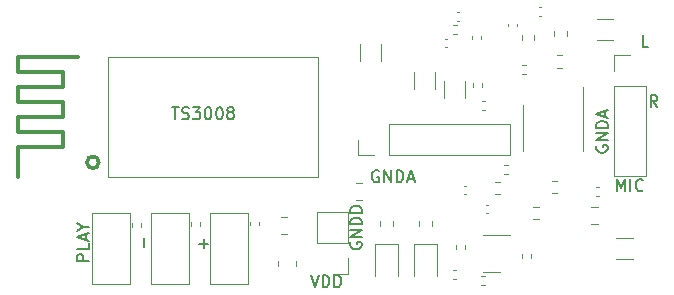
<source format=gbr>
G04 #@! TF.GenerationSoftware,KiCad,Pcbnew,(6.0.4)*
G04 #@! TF.CreationDate,2022-05-02T12:08:19+02:00*
G04 #@! TF.ProjectId,Support-Board-for-TS3008,53757070-6f72-4742-9d42-6f6172642d66,rev?*
G04 #@! TF.SameCoordinates,Original*
G04 #@! TF.FileFunction,Legend,Top*
G04 #@! TF.FilePolarity,Positive*
%FSLAX46Y46*%
G04 Gerber Fmt 4.6, Leading zero omitted, Abs format (unit mm)*
G04 Created by KiCad (PCBNEW (6.0.4)) date 2022-05-02 12:08:19*
%MOMM*%
%LPD*%
G01*
G04 APERTURE LIST*
%ADD10C,0.150000*%
%ADD11C,0.120000*%
%ADD12C,0.304800*%
%ADD13C,0.066040*%
G04 APERTURE END LIST*
D10*
X100663523Y-74430000D02*
X100568285Y-74382380D01*
X100425428Y-74382380D01*
X100282571Y-74430000D01*
X100187333Y-74525238D01*
X100139714Y-74620476D01*
X100092095Y-74810952D01*
X100092095Y-74953809D01*
X100139714Y-75144285D01*
X100187333Y-75239523D01*
X100282571Y-75334761D01*
X100425428Y-75382380D01*
X100520666Y-75382380D01*
X100663523Y-75334761D01*
X100711142Y-75287142D01*
X100711142Y-74953809D01*
X100520666Y-74953809D01*
X101139714Y-75382380D02*
X101139714Y-74382380D01*
X101711142Y-75382380D01*
X101711142Y-74382380D01*
X102187333Y-75382380D02*
X102187333Y-74382380D01*
X102425428Y-74382380D01*
X102568285Y-74430000D01*
X102663523Y-74525238D01*
X102711142Y-74620476D01*
X102758761Y-74810952D01*
X102758761Y-74953809D01*
X102711142Y-75144285D01*
X102663523Y-75239523D01*
X102568285Y-75334761D01*
X102425428Y-75382380D01*
X102187333Y-75382380D01*
X103139714Y-75096666D02*
X103615904Y-75096666D01*
X103044476Y-75382380D02*
X103377809Y-74382380D01*
X103711142Y-75382380D01*
X98306000Y-80484904D02*
X98258380Y-80580142D01*
X98258380Y-80723000D01*
X98306000Y-80865857D01*
X98401238Y-80961095D01*
X98496476Y-81008714D01*
X98686952Y-81056333D01*
X98829809Y-81056333D01*
X99020285Y-81008714D01*
X99115523Y-80961095D01*
X99210761Y-80865857D01*
X99258380Y-80723000D01*
X99258380Y-80627761D01*
X99210761Y-80484904D01*
X99163142Y-80437285D01*
X98829809Y-80437285D01*
X98829809Y-80627761D01*
X99258380Y-80008714D02*
X98258380Y-80008714D01*
X99258380Y-79437285D01*
X98258380Y-79437285D01*
X99258380Y-78961095D02*
X98258380Y-78961095D01*
X98258380Y-78723000D01*
X98306000Y-78580142D01*
X98401238Y-78484904D01*
X98496476Y-78437285D01*
X98686952Y-78389666D01*
X98829809Y-78389666D01*
X99020285Y-78437285D01*
X99115523Y-78484904D01*
X99210761Y-78580142D01*
X99258380Y-78723000D01*
X99258380Y-78961095D01*
X99258380Y-77961095D02*
X98258380Y-77961095D01*
X98258380Y-77723000D01*
X98306000Y-77580142D01*
X98401238Y-77484904D01*
X98496476Y-77437285D01*
X98686952Y-77389666D01*
X98829809Y-77389666D01*
X99020285Y-77437285D01*
X99115523Y-77484904D01*
X99210761Y-77580142D01*
X99258380Y-77723000D01*
X99258380Y-77961095D01*
X94932666Y-83272380D02*
X95266000Y-84272380D01*
X95599333Y-83272380D01*
X95932666Y-84272380D02*
X95932666Y-83272380D01*
X96170761Y-83272380D01*
X96313619Y-83320000D01*
X96408857Y-83415238D01*
X96456476Y-83510476D01*
X96504095Y-83700952D01*
X96504095Y-83843809D01*
X96456476Y-84034285D01*
X96408857Y-84129523D01*
X96313619Y-84224761D01*
X96170761Y-84272380D01*
X95932666Y-84272380D01*
X96932666Y-84272380D02*
X96932666Y-83272380D01*
X97170761Y-83272380D01*
X97313619Y-83320000D01*
X97408857Y-83415238D01*
X97456476Y-83510476D01*
X97504095Y-83700952D01*
X97504095Y-83843809D01*
X97456476Y-84034285D01*
X97408857Y-84129523D01*
X97313619Y-84224761D01*
X97170761Y-84272380D01*
X96932666Y-84272380D01*
X80843428Y-80898952D02*
X80843428Y-80137047D01*
X85471047Y-80589428D02*
X86232952Y-80589428D01*
X85852000Y-80970380D02*
X85852000Y-80208476D01*
X76144380Y-82041809D02*
X75144380Y-82041809D01*
X75144380Y-81660857D01*
X75192000Y-81565619D01*
X75239619Y-81518000D01*
X75334857Y-81470380D01*
X75477714Y-81470380D01*
X75572952Y-81518000D01*
X75620571Y-81565619D01*
X75668190Y-81660857D01*
X75668190Y-82041809D01*
X76144380Y-80565619D02*
X76144380Y-81041809D01*
X75144380Y-81041809D01*
X75858666Y-80279904D02*
X75858666Y-79803714D01*
X76144380Y-80375142D02*
X75144380Y-80041809D01*
X76144380Y-79708476D01*
X75668190Y-79184666D02*
X76144380Y-79184666D01*
X75144380Y-79518000D02*
X75668190Y-79184666D01*
X75144380Y-78851333D01*
X83185333Y-69048380D02*
X83756761Y-69048380D01*
X83471047Y-70048380D02*
X83471047Y-69048380D01*
X84042476Y-70000761D02*
X84185333Y-70048380D01*
X84423428Y-70048380D01*
X84518666Y-70000761D01*
X84566285Y-69953142D01*
X84613904Y-69857904D01*
X84613904Y-69762666D01*
X84566285Y-69667428D01*
X84518666Y-69619809D01*
X84423428Y-69572190D01*
X84232952Y-69524571D01*
X84137714Y-69476952D01*
X84090095Y-69429333D01*
X84042476Y-69334095D01*
X84042476Y-69238857D01*
X84090095Y-69143619D01*
X84137714Y-69096000D01*
X84232952Y-69048380D01*
X84471047Y-69048380D01*
X84613904Y-69096000D01*
X84947238Y-69048380D02*
X85566285Y-69048380D01*
X85232952Y-69429333D01*
X85375809Y-69429333D01*
X85471047Y-69476952D01*
X85518666Y-69524571D01*
X85566285Y-69619809D01*
X85566285Y-69857904D01*
X85518666Y-69953142D01*
X85471047Y-70000761D01*
X85375809Y-70048380D01*
X85090095Y-70048380D01*
X84994857Y-70000761D01*
X84947238Y-69953142D01*
X86185333Y-69048380D02*
X86280571Y-69048380D01*
X86375809Y-69096000D01*
X86423428Y-69143619D01*
X86471047Y-69238857D01*
X86518666Y-69429333D01*
X86518666Y-69667428D01*
X86471047Y-69857904D01*
X86423428Y-69953142D01*
X86375809Y-70000761D01*
X86280571Y-70048380D01*
X86185333Y-70048380D01*
X86090095Y-70000761D01*
X86042476Y-69953142D01*
X85994857Y-69857904D01*
X85947238Y-69667428D01*
X85947238Y-69429333D01*
X85994857Y-69238857D01*
X86042476Y-69143619D01*
X86090095Y-69096000D01*
X86185333Y-69048380D01*
X87137714Y-69048380D02*
X87232952Y-69048380D01*
X87328190Y-69096000D01*
X87375809Y-69143619D01*
X87423428Y-69238857D01*
X87471047Y-69429333D01*
X87471047Y-69667428D01*
X87423428Y-69857904D01*
X87375809Y-69953142D01*
X87328190Y-70000761D01*
X87232952Y-70048380D01*
X87137714Y-70048380D01*
X87042476Y-70000761D01*
X86994857Y-69953142D01*
X86947238Y-69857904D01*
X86899619Y-69667428D01*
X86899619Y-69429333D01*
X86947238Y-69238857D01*
X86994857Y-69143619D01*
X87042476Y-69096000D01*
X87137714Y-69048380D01*
X88042476Y-69476952D02*
X87947238Y-69429333D01*
X87899619Y-69381714D01*
X87852000Y-69286476D01*
X87852000Y-69238857D01*
X87899619Y-69143619D01*
X87947238Y-69096000D01*
X88042476Y-69048380D01*
X88232952Y-69048380D01*
X88328190Y-69096000D01*
X88375809Y-69143619D01*
X88423428Y-69238857D01*
X88423428Y-69286476D01*
X88375809Y-69381714D01*
X88328190Y-69429333D01*
X88232952Y-69476952D01*
X88042476Y-69476952D01*
X87947238Y-69524571D01*
X87899619Y-69572190D01*
X87852000Y-69667428D01*
X87852000Y-69857904D01*
X87899619Y-69953142D01*
X87947238Y-70000761D01*
X88042476Y-70048380D01*
X88232952Y-70048380D01*
X88328190Y-70000761D01*
X88375809Y-69953142D01*
X88423428Y-69857904D01*
X88423428Y-69667428D01*
X88375809Y-69572190D01*
X88328190Y-69524571D01*
X88232952Y-69476952D01*
X119134000Y-72310476D02*
X119086380Y-72405714D01*
X119086380Y-72548571D01*
X119134000Y-72691428D01*
X119229238Y-72786666D01*
X119324476Y-72834285D01*
X119514952Y-72881904D01*
X119657809Y-72881904D01*
X119848285Y-72834285D01*
X119943523Y-72786666D01*
X120038761Y-72691428D01*
X120086380Y-72548571D01*
X120086380Y-72453333D01*
X120038761Y-72310476D01*
X119991142Y-72262857D01*
X119657809Y-72262857D01*
X119657809Y-72453333D01*
X120086380Y-71834285D02*
X119086380Y-71834285D01*
X120086380Y-71262857D01*
X119086380Y-71262857D01*
X120086380Y-70786666D02*
X119086380Y-70786666D01*
X119086380Y-70548571D01*
X119134000Y-70405714D01*
X119229238Y-70310476D01*
X119324476Y-70262857D01*
X119514952Y-70215238D01*
X119657809Y-70215238D01*
X119848285Y-70262857D01*
X119943523Y-70310476D01*
X120038761Y-70405714D01*
X120086380Y-70548571D01*
X120086380Y-70786666D01*
X119800666Y-69834285D02*
X119800666Y-69358095D01*
X120086380Y-69929523D02*
X119086380Y-69596190D01*
X120086380Y-69262857D01*
X120848571Y-76144380D02*
X120848571Y-75144380D01*
X121181904Y-75858666D01*
X121515238Y-75144380D01*
X121515238Y-76144380D01*
X121991428Y-76144380D02*
X121991428Y-75144380D01*
X123039047Y-76049142D02*
X122991428Y-76096761D01*
X122848571Y-76144380D01*
X122753333Y-76144380D01*
X122610476Y-76096761D01*
X122515238Y-76001523D01*
X122467619Y-75906285D01*
X122420000Y-75715809D01*
X122420000Y-75572952D01*
X122467619Y-75382476D01*
X122515238Y-75287238D01*
X122610476Y-75192000D01*
X122753333Y-75144380D01*
X122848571Y-75144380D01*
X122991428Y-75192000D01*
X123039047Y-75239619D01*
X124261523Y-69032380D02*
X123928190Y-68556190D01*
X123690095Y-69032380D02*
X123690095Y-68032380D01*
X124071047Y-68032380D01*
X124166285Y-68080000D01*
X124213904Y-68127619D01*
X124261523Y-68222857D01*
X124261523Y-68365714D01*
X124213904Y-68460952D01*
X124166285Y-68508571D01*
X124071047Y-68556190D01*
X123690095Y-68556190D01*
X123499523Y-63952380D02*
X123023333Y-63952380D01*
X123023333Y-62952380D01*
D11*
X111665000Y-61967164D02*
X111665000Y-62182836D01*
X112385000Y-61967164D02*
X112385000Y-62182836D01*
X114220164Y-61320000D02*
X114435836Y-61320000D01*
X114220164Y-60600000D02*
X114435836Y-60600000D01*
X107482836Y-61015000D02*
X107267164Y-61015000D01*
X107482836Y-61735000D02*
X107267164Y-61735000D01*
X106482836Y-63240000D02*
X106267164Y-63240000D01*
X106482836Y-63960000D02*
X106267164Y-63960000D01*
X118688748Y-78935000D02*
X119211252Y-78935000D01*
X118688748Y-77465000D02*
X119211252Y-77465000D01*
X112890000Y-70800000D02*
X112890000Y-68850000D01*
X118010000Y-70800000D02*
X118010000Y-67350000D01*
X112890000Y-70800000D02*
X112890000Y-72750000D01*
X118010000Y-70800000D02*
X118010000Y-72750000D01*
D12*
X76973990Y-73710000D02*
G75*
G03*
X76973990Y-73710000I-497840J0D01*
G01*
X70126150Y-72440000D02*
X70126150Y-74980000D01*
X73936150Y-72440000D02*
X70126150Y-72440000D01*
X73936150Y-71170000D02*
X73936150Y-72440000D01*
X70126150Y-71170000D02*
X73936150Y-71170000D01*
X70126150Y-69900000D02*
X70126150Y-71170000D01*
X73936150Y-69900000D02*
X70126150Y-69900000D01*
X73936150Y-68630000D02*
X73936150Y-69900000D01*
X70126150Y-68630000D02*
X73936150Y-68630000D01*
X70126150Y-67360000D02*
X70126150Y-68630000D01*
X73936150Y-67360000D02*
X70126150Y-67360000D01*
X73936150Y-66090000D02*
X73936150Y-67360000D01*
X70126150Y-66090000D02*
X73936150Y-66090000D01*
X70126150Y-64820000D02*
X70126150Y-66090000D01*
X75206150Y-64820000D02*
X70126150Y-64820000D01*
D13*
X77746150Y-74980000D02*
X77746150Y-64820000D01*
X77746150Y-64820000D02*
X95526150Y-64820000D01*
X95526150Y-74980000D02*
X95526150Y-64820000D01*
X77746150Y-74980000D02*
X95526150Y-74980000D01*
D11*
X89600000Y-78000000D02*
X86400000Y-78000000D01*
X89600000Y-84000000D02*
X86400000Y-84000000D01*
X89600000Y-84000000D02*
X89600000Y-78000000D01*
X86400000Y-78000000D02*
X86400000Y-84000000D01*
X81400000Y-78000000D02*
X81400000Y-84000000D01*
X84600000Y-84000000D02*
X84600000Y-78000000D01*
X84600000Y-84000000D02*
X81400000Y-84000000D01*
X84600000Y-78000000D02*
X81400000Y-78000000D01*
X76400000Y-78000000D02*
X76400000Y-84000000D01*
X79600000Y-84000000D02*
X79600000Y-78000000D01*
X79600000Y-84000000D02*
X76400000Y-84000000D01*
X79600000Y-78000000D02*
X76400000Y-78000000D01*
X99227064Y-76935000D02*
X98772936Y-76935000D01*
X99227064Y-75465000D02*
X98772936Y-75465000D01*
X110512742Y-75377500D02*
X110987258Y-75377500D01*
X110512742Y-76422500D02*
X110987258Y-76422500D01*
X113762742Y-78522500D02*
X114237258Y-78522500D01*
X113762742Y-77477500D02*
X114237258Y-77477500D01*
X115337742Y-75302500D02*
X115812258Y-75302500D01*
X115337742Y-76347500D02*
X115812258Y-76347500D01*
X111296359Y-73920000D02*
X111603641Y-73920000D01*
X111296359Y-74680000D02*
X111603641Y-74680000D01*
X116212258Y-65697500D02*
X115737742Y-65697500D01*
X116212258Y-64652500D02*
X115737742Y-64652500D01*
X112836359Y-66205000D02*
X113143641Y-66205000D01*
X112836359Y-65445000D02*
X113143641Y-65445000D01*
X113847500Y-62912742D02*
X113847500Y-63387258D01*
X112802500Y-62912742D02*
X112802500Y-63387258D01*
X116600500Y-62563742D02*
X116600500Y-63038258D01*
X115555500Y-62563742D02*
X115555500Y-63038258D01*
X107303641Y-62045000D02*
X106996359Y-62045000D01*
X107303641Y-62805000D02*
X106996359Y-62805000D01*
X109703641Y-69255000D02*
X109396359Y-69255000D01*
X109703641Y-68495000D02*
X109396359Y-68495000D01*
X109430000Y-67328641D02*
X109430000Y-67021359D01*
X108670000Y-67328641D02*
X108670000Y-67021359D01*
X105155000Y-79137258D02*
X105155000Y-78662742D01*
X104110000Y-79137258D02*
X104110000Y-78662742D01*
X101855000Y-78662742D02*
X101855000Y-79137258D01*
X100810000Y-78662742D02*
X100810000Y-79137258D01*
X93635000Y-82514564D02*
X93635000Y-82060436D01*
X92165000Y-82514564D02*
X92165000Y-82060436D01*
X92877064Y-78315000D02*
X92422936Y-78315000D01*
X92877064Y-79785000D02*
X92422936Y-79785000D01*
X89820000Y-79053641D02*
X89820000Y-78746359D01*
X90580000Y-79053641D02*
X90580000Y-78746359D01*
X84820000Y-79063641D02*
X84820000Y-78756359D01*
X85580000Y-79063641D02*
X85580000Y-78756359D01*
X79820000Y-79153641D02*
X79820000Y-78846359D01*
X80580000Y-79153641D02*
X80580000Y-78846359D01*
X107202500Y-81043641D02*
X107202500Y-80736359D01*
X107962500Y-81043641D02*
X107962500Y-80736359D01*
X112802500Y-81496359D02*
X112802500Y-81803641D01*
X113562500Y-81496359D02*
X113562500Y-81803641D01*
X109378859Y-84130000D02*
X109686141Y-84130000D01*
X109378859Y-83370000D02*
X109686141Y-83370000D01*
X110182500Y-79840000D02*
X111782500Y-79840000D01*
X110182500Y-79840000D02*
X109532500Y-79840000D01*
X110982500Y-82960000D02*
X109532500Y-82960000D01*
X123280000Y-67220000D02*
X123280000Y-74900000D01*
X120620000Y-65950000D02*
X120620000Y-64620000D01*
X120620000Y-74900000D02*
X123280000Y-74900000D01*
X120620000Y-67220000D02*
X123280000Y-67220000D01*
X120620000Y-64620000D02*
X121950000Y-64620000D01*
X120620000Y-67220000D02*
X120620000Y-74900000D01*
X101545000Y-70470000D02*
X111765000Y-70470000D01*
X98945000Y-73130000D02*
X98945000Y-71800000D01*
X101545000Y-73130000D02*
X111765000Y-73130000D01*
X111765000Y-73130000D02*
X111765000Y-70470000D01*
X101545000Y-73130000D02*
X101545000Y-70470000D01*
X100275000Y-73130000D02*
X98945000Y-73130000D01*
X95444000Y-80523000D02*
X95444000Y-77923000D01*
X98104000Y-83123000D02*
X96774000Y-83123000D01*
X98104000Y-80523000D02*
X95444000Y-80523000D01*
X98104000Y-80523000D02*
X98104000Y-77923000D01*
X98104000Y-77923000D02*
X95444000Y-77923000D01*
X98104000Y-81793000D02*
X98104000Y-83123000D01*
X105592500Y-83312500D02*
X105592500Y-80627500D01*
X105592500Y-80627500D02*
X103672500Y-80627500D01*
X103672500Y-80627500D02*
X103672500Y-83312500D01*
X102317500Y-83312500D02*
X102317500Y-80627500D01*
X102317500Y-80627500D02*
X100397500Y-80627500D01*
X100397500Y-80627500D02*
X100397500Y-83312500D01*
X120788748Y-80090000D02*
X122211252Y-80090000D01*
X120788748Y-81910000D02*
X122211252Y-81910000D01*
X108107836Y-76410000D02*
X107892164Y-76410000D01*
X108107836Y-75690000D02*
X107892164Y-75690000D01*
X109940336Y-78010000D02*
X109724664Y-78010000D01*
X109940336Y-77290000D02*
X109724664Y-77290000D01*
X119092164Y-75840000D02*
X119307836Y-75840000D01*
X119092164Y-76560000D02*
X119307836Y-76560000D01*
X108010000Y-66838748D02*
X108010000Y-68261252D01*
X106190000Y-66838748D02*
X106190000Y-68261252D01*
X119127748Y-63394000D02*
X120550252Y-63394000D01*
X119127748Y-61574000D02*
X120550252Y-61574000D01*
X109310000Y-63047164D02*
X109310000Y-63262836D01*
X108590000Y-63047164D02*
X108590000Y-63262836D01*
X103640000Y-66063748D02*
X103640000Y-67486252D01*
X105460000Y-66063748D02*
X105460000Y-67486252D01*
X99090000Y-65111252D02*
X99090000Y-63688748D01*
X100910000Y-65111252D02*
X100910000Y-63688748D01*
X107220336Y-82840000D02*
X107004664Y-82840000D01*
X107220336Y-83560000D02*
X107004664Y-83560000D01*
M02*

</source>
